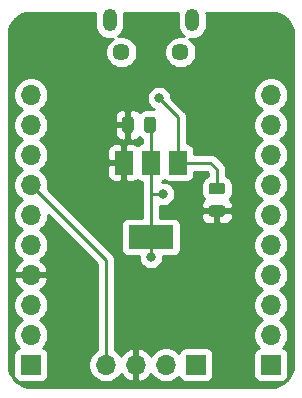
<source format=gbr>
%TF.GenerationSoftware,KiCad,Pcbnew,(5.1.6)-1*%
%TF.CreationDate,2020-06-22T18:51:59+05:30*%
%TF.ProjectId,STM8-Dev-Board-STM8S003F3P6,53544d38-2d44-4657-962d-426f6172642d,rev?*%
%TF.SameCoordinates,Original*%
%TF.FileFunction,Copper,L2,Bot*%
%TF.FilePolarity,Positive*%
%FSLAX46Y46*%
G04 Gerber Fmt 4.6, Leading zero omitted, Abs format (unit mm)*
G04 Created by KiCad (PCBNEW (5.1.6)-1) date 2020-06-22 18:51:59*
%MOMM*%
%LPD*%
G01*
G04 APERTURE LIST*
%TA.AperFunction,ComponentPad*%
%ADD10O,1.200000X1.900000*%
%TD*%
%TA.AperFunction,ComponentPad*%
%ADD11C,1.450000*%
%TD*%
%TA.AperFunction,SMDPad,CuDef*%
%ADD12R,1.500000X2.000000*%
%TD*%
%TA.AperFunction,SMDPad,CuDef*%
%ADD13R,3.800000X2.000000*%
%TD*%
%TA.AperFunction,ComponentPad*%
%ADD14O,1.700000X1.700000*%
%TD*%
%TA.AperFunction,ComponentPad*%
%ADD15R,1.700000X1.700000*%
%TD*%
%TA.AperFunction,ViaPad*%
%ADD16C,0.800000*%
%TD*%
%TA.AperFunction,Conductor*%
%ADD17C,0.250000*%
%TD*%
%TA.AperFunction,Conductor*%
%ADD18C,0.254000*%
%TD*%
G04 APERTURE END LIST*
D10*
%TO.P,J1,6*%
%TO.N,Net-(J1-Pad6)*%
X60000000Y-120682500D03*
X67000000Y-120682500D03*
D11*
X61000000Y-123382500D03*
X66000000Y-123382500D03*
%TD*%
D12*
%TO.P,U2,1*%
%TO.N,GND*%
X61200000Y-132740000D03*
%TO.P,U2,3*%
%TO.N,Net-(C2-Pad1)*%
X65800000Y-132740000D03*
%TO.P,U2,2*%
%TO.N,+3V3*%
X63500000Y-132740000D03*
D13*
X63500000Y-139040000D03*
%TD*%
D14*
%TO.P,J4,10*%
%TO.N,PD3*%
X73660000Y-127000000D03*
%TO.P,J4,9*%
%TO.N,PD2*%
X73660000Y-129540000D03*
%TO.P,J4,8*%
%TO.N,PD1*%
X73660000Y-132080000D03*
%TO.P,J4,7*%
%TO.N,PC7*%
X73660000Y-134620000D03*
%TO.P,J4,6*%
%TO.N,PC6*%
X73660000Y-137160000D03*
%TO.P,J4,5*%
%TO.N,PC5*%
X73660000Y-139700000D03*
%TO.P,J4,4*%
%TO.N,PC4*%
X73660000Y-142240000D03*
%TO.P,J4,3*%
%TO.N,PC3*%
X73660000Y-144780000D03*
%TO.P,J4,2*%
%TO.N,PB4*%
X73660000Y-147320000D03*
D15*
%TO.P,J4,1*%
%TO.N,PB5*%
X73660000Y-149860000D03*
%TD*%
D14*
%TO.P,J3,4*%
%TO.N,NRST*%
X59690000Y-149860000D03*
%TO.P,J3,3*%
%TO.N,GND*%
X62230000Y-149860000D03*
%TO.P,J3,2*%
%TO.N,PD1+SWIM*%
X64770000Y-149860000D03*
D15*
%TO.P,J3,1*%
%TO.N,+3V3*%
X67310000Y-149860000D03*
%TD*%
D14*
%TO.P,J2,10*%
%TO.N,PD4*%
X53340000Y-127000000D03*
%TO.P,J2,9*%
%TO.N,PD5*%
X53340000Y-129540000D03*
%TO.P,J2,8*%
%TO.N,PD6*%
X53340000Y-132080000D03*
%TO.P,J2,7*%
%TO.N,NRST*%
X53340000Y-134620000D03*
%TO.P,J2,6*%
%TO.N,PA1*%
X53340000Y-137160000D03*
%TO.P,J2,5*%
%TO.N,PA2*%
X53340000Y-139700000D03*
%TO.P,J2,4*%
%TO.N,GND*%
X53340000Y-142240000D03*
%TO.P,J2,3*%
%TO.N,VCAP*%
X53340000Y-144780000D03*
%TO.P,J2,2*%
%TO.N,+3.3V*%
X53340000Y-147320000D03*
D15*
%TO.P,J2,1*%
%TO.N,PA3*%
X53340000Y-149860000D03*
%TD*%
%TO.P,C3,2*%
%TO.N,GND*%
%TA.AperFunction,SMDPad,CuDef*%
G36*
G01*
X62034000Y-129083750D02*
X62034000Y-129996250D01*
G75*
G02*
X61790250Y-130240000I-243750J0D01*
G01*
X61302750Y-130240000D01*
G75*
G02*
X61059000Y-129996250I0J243750D01*
G01*
X61059000Y-129083750D01*
G75*
G02*
X61302750Y-128840000I243750J0D01*
G01*
X61790250Y-128840000D01*
G75*
G02*
X62034000Y-129083750I0J-243750D01*
G01*
G37*
%TD.AperFunction*%
%TO.P,C3,1*%
%TO.N,+3V3*%
%TA.AperFunction,SMDPad,CuDef*%
G36*
G01*
X63909000Y-129083750D02*
X63909000Y-129996250D01*
G75*
G02*
X63665250Y-130240000I-243750J0D01*
G01*
X63177750Y-130240000D01*
G75*
G02*
X62934000Y-129996250I0J243750D01*
G01*
X62934000Y-129083750D01*
G75*
G02*
X63177750Y-128840000I243750J0D01*
G01*
X63665250Y-128840000D01*
G75*
G02*
X63909000Y-129083750I0J-243750D01*
G01*
G37*
%TD.AperFunction*%
%TD*%
%TO.P,C2,2*%
%TO.N,GND*%
%TA.AperFunction,SMDPad,CuDef*%
G36*
G01*
X68631750Y-136340000D02*
X69544250Y-136340000D01*
G75*
G02*
X69788000Y-136583750I0J-243750D01*
G01*
X69788000Y-137071250D01*
G75*
G02*
X69544250Y-137315000I-243750J0D01*
G01*
X68631750Y-137315000D01*
G75*
G02*
X68388000Y-137071250I0J243750D01*
G01*
X68388000Y-136583750D01*
G75*
G02*
X68631750Y-136340000I243750J0D01*
G01*
G37*
%TD.AperFunction*%
%TO.P,C2,1*%
%TO.N,Net-(C2-Pad1)*%
%TA.AperFunction,SMDPad,CuDef*%
G36*
G01*
X68631750Y-134465000D02*
X69544250Y-134465000D01*
G75*
G02*
X69788000Y-134708750I0J-243750D01*
G01*
X69788000Y-135196250D01*
G75*
G02*
X69544250Y-135440000I-243750J0D01*
G01*
X68631750Y-135440000D01*
G75*
G02*
X68388000Y-135196250I0J243750D01*
G01*
X68388000Y-134708750D01*
G75*
G02*
X68631750Y-134465000I243750J0D01*
G01*
G37*
%TD.AperFunction*%
%TD*%
D16*
%TO.N,GND*%
X57404000Y-123698000D03*
X55626000Y-146558000D03*
X67310000Y-147320000D03*
X69850000Y-124460000D03*
%TO.N,Net-(C2-Pad1)*%
X64185800Y-127279400D03*
%TO.N,+3V3*%
X63500000Y-140716000D03*
X64516000Y-135382000D03*
%TD*%
D17*
%TO.N,Net-(C2-Pad1)*%
X65800000Y-128893600D02*
X65800000Y-132740000D01*
X64185800Y-127279400D02*
X65800000Y-128893600D01*
X69088000Y-134952500D02*
X69088000Y-133286500D01*
X68541500Y-132740000D02*
X65800000Y-132740000D01*
X69088000Y-133286500D02*
X68541500Y-132740000D01*
%TO.N,+3V3*%
X63500000Y-139040000D02*
X63500000Y-140716000D01*
X63500000Y-129618500D02*
X63421500Y-129540000D01*
X63500000Y-132740000D02*
X63500000Y-129618500D01*
X63500000Y-135382000D02*
X64516000Y-135382000D01*
X63500000Y-135382000D02*
X63500000Y-139040000D01*
X63500000Y-132740000D02*
X63500000Y-135382000D01*
%TO.N,NRST*%
X59690000Y-140970000D02*
X53340000Y-134620000D01*
X59690000Y-149860000D02*
X59690000Y-140970000D01*
%TD*%
D18*
%TO.N,GND*%
G36*
X58782870Y-120090398D02*
G01*
X58765000Y-120271835D01*
X58765000Y-121093164D01*
X58782870Y-121274601D01*
X58853489Y-121507400D01*
X58968167Y-121721948D01*
X59122498Y-121910002D01*
X59310551Y-122064333D01*
X59525099Y-122179011D01*
X59757898Y-122249630D01*
X60000000Y-122273475D01*
X60242101Y-122249630D01*
X60252035Y-122246616D01*
X60133051Y-122326119D01*
X59943619Y-122515551D01*
X59794784Y-122738299D01*
X59692264Y-122985803D01*
X59640000Y-123248552D01*
X59640000Y-123516448D01*
X59692264Y-123779197D01*
X59794784Y-124026701D01*
X59943619Y-124249449D01*
X60133051Y-124438881D01*
X60355799Y-124587716D01*
X60603303Y-124690236D01*
X60866052Y-124742500D01*
X61133948Y-124742500D01*
X61396697Y-124690236D01*
X61644201Y-124587716D01*
X61866949Y-124438881D01*
X62056381Y-124249449D01*
X62205216Y-124026701D01*
X62307736Y-123779197D01*
X62360000Y-123516448D01*
X62360000Y-123248552D01*
X62307736Y-122985803D01*
X62205216Y-122738299D01*
X62056381Y-122515551D01*
X61866949Y-122326119D01*
X61644201Y-122177284D01*
X61396697Y-122074764D01*
X61133948Y-122022500D01*
X60866052Y-122022500D01*
X60700231Y-122055484D01*
X60877502Y-121910002D01*
X61031833Y-121721949D01*
X61146511Y-121507401D01*
X61217130Y-121274602D01*
X61235000Y-121093165D01*
X61235000Y-120271836D01*
X61217130Y-120090399D01*
X61201842Y-120040000D01*
X65798158Y-120040000D01*
X65782870Y-120090399D01*
X65765000Y-120271836D01*
X65765000Y-121093165D01*
X65782870Y-121274602D01*
X65853489Y-121507401D01*
X65968168Y-121721949D01*
X66122499Y-121910002D01*
X66299769Y-122055484D01*
X66133948Y-122022500D01*
X65866052Y-122022500D01*
X65603303Y-122074764D01*
X65355799Y-122177284D01*
X65133051Y-122326119D01*
X64943619Y-122515551D01*
X64794784Y-122738299D01*
X64692264Y-122985803D01*
X64640000Y-123248552D01*
X64640000Y-123516448D01*
X64692264Y-123779197D01*
X64794784Y-124026701D01*
X64943619Y-124249449D01*
X65133051Y-124438881D01*
X65355799Y-124587716D01*
X65603303Y-124690236D01*
X65866052Y-124742500D01*
X66133948Y-124742500D01*
X66396697Y-124690236D01*
X66644201Y-124587716D01*
X66866949Y-124438881D01*
X67056381Y-124249449D01*
X67205216Y-124026701D01*
X67307736Y-123779197D01*
X67360000Y-123516448D01*
X67360000Y-123248552D01*
X67307736Y-122985803D01*
X67205216Y-122738299D01*
X67056381Y-122515551D01*
X66866949Y-122326119D01*
X66747965Y-122246616D01*
X66757899Y-122249630D01*
X67000000Y-122273475D01*
X67242102Y-122249630D01*
X67474901Y-122179011D01*
X67689449Y-122064333D01*
X67877502Y-121910002D01*
X68031833Y-121721949D01*
X68146511Y-121507401D01*
X68217130Y-121274601D01*
X68235000Y-121093164D01*
X68235000Y-120271835D01*
X68217130Y-120090398D01*
X68201842Y-120040000D01*
X73627721Y-120040000D01*
X74024545Y-120078909D01*
X74375208Y-120184780D01*
X74698625Y-120356744D01*
X74982484Y-120588254D01*
X75215965Y-120870486D01*
X75390183Y-121192695D01*
X75498502Y-121542614D01*
X75537465Y-121913322D01*
X75536807Y-121920000D01*
X75540000Y-121952419D01*
X75540001Y-149827711D01*
X75501091Y-150224545D01*
X75395220Y-150575206D01*
X75223257Y-150898623D01*
X74991748Y-151182482D01*
X74709514Y-151415965D01*
X74387304Y-151590184D01*
X74037385Y-151698502D01*
X73642557Y-151740000D01*
X53372279Y-151740000D01*
X52975455Y-151701091D01*
X52624794Y-151595220D01*
X52301377Y-151423257D01*
X52017518Y-151191748D01*
X51784035Y-150909514D01*
X51609816Y-150587304D01*
X51501498Y-150237385D01*
X51460000Y-149842557D01*
X51460000Y-149010000D01*
X51851928Y-149010000D01*
X51851928Y-150710000D01*
X51864188Y-150834482D01*
X51900498Y-150954180D01*
X51959463Y-151064494D01*
X52038815Y-151161185D01*
X52135506Y-151240537D01*
X52245820Y-151299502D01*
X52365518Y-151335812D01*
X52490000Y-151348072D01*
X54190000Y-151348072D01*
X54314482Y-151335812D01*
X54434180Y-151299502D01*
X54544494Y-151240537D01*
X54641185Y-151161185D01*
X54720537Y-151064494D01*
X54779502Y-150954180D01*
X54815812Y-150834482D01*
X54828072Y-150710000D01*
X54828072Y-149010000D01*
X54815812Y-148885518D01*
X54779502Y-148765820D01*
X54720537Y-148655506D01*
X54641185Y-148558815D01*
X54544494Y-148479463D01*
X54434180Y-148420498D01*
X54361620Y-148398487D01*
X54493475Y-148266632D01*
X54655990Y-148023411D01*
X54767932Y-147753158D01*
X54825000Y-147466260D01*
X54825000Y-147173740D01*
X54767932Y-146886842D01*
X54655990Y-146616589D01*
X54493475Y-146373368D01*
X54286632Y-146166525D01*
X54112240Y-146050000D01*
X54286632Y-145933475D01*
X54493475Y-145726632D01*
X54655990Y-145483411D01*
X54767932Y-145213158D01*
X54825000Y-144926260D01*
X54825000Y-144633740D01*
X54767932Y-144346842D01*
X54655990Y-144076589D01*
X54493475Y-143833368D01*
X54286632Y-143626525D01*
X54104466Y-143504805D01*
X54221355Y-143435178D01*
X54437588Y-143240269D01*
X54611641Y-143006920D01*
X54736825Y-142744099D01*
X54781476Y-142596890D01*
X54660155Y-142367000D01*
X53467000Y-142367000D01*
X53467000Y-142387000D01*
X53213000Y-142387000D01*
X53213000Y-142367000D01*
X52019845Y-142367000D01*
X51898524Y-142596890D01*
X51943175Y-142744099D01*
X52068359Y-143006920D01*
X52242412Y-143240269D01*
X52458645Y-143435178D01*
X52575534Y-143504805D01*
X52393368Y-143626525D01*
X52186525Y-143833368D01*
X52024010Y-144076589D01*
X51912068Y-144346842D01*
X51855000Y-144633740D01*
X51855000Y-144926260D01*
X51912068Y-145213158D01*
X52024010Y-145483411D01*
X52186525Y-145726632D01*
X52393368Y-145933475D01*
X52567760Y-146050000D01*
X52393368Y-146166525D01*
X52186525Y-146373368D01*
X52024010Y-146616589D01*
X51912068Y-146886842D01*
X51855000Y-147173740D01*
X51855000Y-147466260D01*
X51912068Y-147753158D01*
X52024010Y-148023411D01*
X52186525Y-148266632D01*
X52318380Y-148398487D01*
X52245820Y-148420498D01*
X52135506Y-148479463D01*
X52038815Y-148558815D01*
X51959463Y-148655506D01*
X51900498Y-148765820D01*
X51864188Y-148885518D01*
X51851928Y-149010000D01*
X51460000Y-149010000D01*
X51460000Y-126853740D01*
X51855000Y-126853740D01*
X51855000Y-127146260D01*
X51912068Y-127433158D01*
X52024010Y-127703411D01*
X52186525Y-127946632D01*
X52393368Y-128153475D01*
X52567760Y-128270000D01*
X52393368Y-128386525D01*
X52186525Y-128593368D01*
X52024010Y-128836589D01*
X51912068Y-129106842D01*
X51855000Y-129393740D01*
X51855000Y-129686260D01*
X51912068Y-129973158D01*
X52024010Y-130243411D01*
X52186525Y-130486632D01*
X52393368Y-130693475D01*
X52567760Y-130810000D01*
X52393368Y-130926525D01*
X52186525Y-131133368D01*
X52024010Y-131376589D01*
X51912068Y-131646842D01*
X51855000Y-131933740D01*
X51855000Y-132226260D01*
X51912068Y-132513158D01*
X52024010Y-132783411D01*
X52186525Y-133026632D01*
X52393368Y-133233475D01*
X52567760Y-133350000D01*
X52393368Y-133466525D01*
X52186525Y-133673368D01*
X52024010Y-133916589D01*
X51912068Y-134186842D01*
X51855000Y-134473740D01*
X51855000Y-134766260D01*
X51912068Y-135053158D01*
X52024010Y-135323411D01*
X52186525Y-135566632D01*
X52393368Y-135773475D01*
X52567760Y-135890000D01*
X52393368Y-136006525D01*
X52186525Y-136213368D01*
X52024010Y-136456589D01*
X51912068Y-136726842D01*
X51855000Y-137013740D01*
X51855000Y-137306260D01*
X51912068Y-137593158D01*
X52024010Y-137863411D01*
X52186525Y-138106632D01*
X52393368Y-138313475D01*
X52567760Y-138430000D01*
X52393368Y-138546525D01*
X52186525Y-138753368D01*
X52024010Y-138996589D01*
X51912068Y-139266842D01*
X51855000Y-139553740D01*
X51855000Y-139846260D01*
X51912068Y-140133158D01*
X52024010Y-140403411D01*
X52186525Y-140646632D01*
X52393368Y-140853475D01*
X52575534Y-140975195D01*
X52458645Y-141044822D01*
X52242412Y-141239731D01*
X52068359Y-141473080D01*
X51943175Y-141735901D01*
X51898524Y-141883110D01*
X52019845Y-142113000D01*
X53213000Y-142113000D01*
X53213000Y-142093000D01*
X53467000Y-142093000D01*
X53467000Y-142113000D01*
X54660155Y-142113000D01*
X54781476Y-141883110D01*
X54736825Y-141735901D01*
X54611641Y-141473080D01*
X54437588Y-141239731D01*
X54221355Y-141044822D01*
X54104466Y-140975195D01*
X54286632Y-140853475D01*
X54493475Y-140646632D01*
X54655990Y-140403411D01*
X54767932Y-140133158D01*
X54825000Y-139846260D01*
X54825000Y-139553740D01*
X54767932Y-139266842D01*
X54655990Y-138996589D01*
X54493475Y-138753368D01*
X54286632Y-138546525D01*
X54112240Y-138430000D01*
X54286632Y-138313475D01*
X54493475Y-138106632D01*
X54655990Y-137863411D01*
X54767932Y-137593158D01*
X54825000Y-137306260D01*
X54825000Y-137179801D01*
X58930001Y-141284803D01*
X58930000Y-148581821D01*
X58743368Y-148706525D01*
X58536525Y-148913368D01*
X58374010Y-149156589D01*
X58262068Y-149426842D01*
X58205000Y-149713740D01*
X58205000Y-150006260D01*
X58262068Y-150293158D01*
X58374010Y-150563411D01*
X58536525Y-150806632D01*
X58743368Y-151013475D01*
X58986589Y-151175990D01*
X59256842Y-151287932D01*
X59543740Y-151345000D01*
X59836260Y-151345000D01*
X60123158Y-151287932D01*
X60393411Y-151175990D01*
X60636632Y-151013475D01*
X60843475Y-150806632D01*
X60965195Y-150624466D01*
X61034822Y-150741355D01*
X61229731Y-150957588D01*
X61463080Y-151131641D01*
X61725901Y-151256825D01*
X61873110Y-151301476D01*
X62103000Y-151180155D01*
X62103000Y-149987000D01*
X62083000Y-149987000D01*
X62083000Y-149733000D01*
X62103000Y-149733000D01*
X62103000Y-148539845D01*
X62357000Y-148539845D01*
X62357000Y-149733000D01*
X62377000Y-149733000D01*
X62377000Y-149987000D01*
X62357000Y-149987000D01*
X62357000Y-151180155D01*
X62586890Y-151301476D01*
X62734099Y-151256825D01*
X62996920Y-151131641D01*
X63230269Y-150957588D01*
X63425178Y-150741355D01*
X63494805Y-150624466D01*
X63616525Y-150806632D01*
X63823368Y-151013475D01*
X64066589Y-151175990D01*
X64336842Y-151287932D01*
X64623740Y-151345000D01*
X64916260Y-151345000D01*
X65203158Y-151287932D01*
X65473411Y-151175990D01*
X65716632Y-151013475D01*
X65848487Y-150881620D01*
X65870498Y-150954180D01*
X65929463Y-151064494D01*
X66008815Y-151161185D01*
X66105506Y-151240537D01*
X66215820Y-151299502D01*
X66335518Y-151335812D01*
X66460000Y-151348072D01*
X68160000Y-151348072D01*
X68284482Y-151335812D01*
X68404180Y-151299502D01*
X68514494Y-151240537D01*
X68611185Y-151161185D01*
X68690537Y-151064494D01*
X68749502Y-150954180D01*
X68785812Y-150834482D01*
X68798072Y-150710000D01*
X68798072Y-149010000D01*
X72171928Y-149010000D01*
X72171928Y-150710000D01*
X72184188Y-150834482D01*
X72220498Y-150954180D01*
X72279463Y-151064494D01*
X72358815Y-151161185D01*
X72455506Y-151240537D01*
X72565820Y-151299502D01*
X72685518Y-151335812D01*
X72810000Y-151348072D01*
X74510000Y-151348072D01*
X74634482Y-151335812D01*
X74754180Y-151299502D01*
X74864494Y-151240537D01*
X74961185Y-151161185D01*
X75040537Y-151064494D01*
X75099502Y-150954180D01*
X75135812Y-150834482D01*
X75148072Y-150710000D01*
X75148072Y-149010000D01*
X75135812Y-148885518D01*
X75099502Y-148765820D01*
X75040537Y-148655506D01*
X74961185Y-148558815D01*
X74864494Y-148479463D01*
X74754180Y-148420498D01*
X74681620Y-148398487D01*
X74813475Y-148266632D01*
X74975990Y-148023411D01*
X75087932Y-147753158D01*
X75145000Y-147466260D01*
X75145000Y-147173740D01*
X75087932Y-146886842D01*
X74975990Y-146616589D01*
X74813475Y-146373368D01*
X74606632Y-146166525D01*
X74432240Y-146050000D01*
X74606632Y-145933475D01*
X74813475Y-145726632D01*
X74975990Y-145483411D01*
X75087932Y-145213158D01*
X75145000Y-144926260D01*
X75145000Y-144633740D01*
X75087932Y-144346842D01*
X74975990Y-144076589D01*
X74813475Y-143833368D01*
X74606632Y-143626525D01*
X74432240Y-143510000D01*
X74606632Y-143393475D01*
X74813475Y-143186632D01*
X74975990Y-142943411D01*
X75087932Y-142673158D01*
X75145000Y-142386260D01*
X75145000Y-142093740D01*
X75087932Y-141806842D01*
X74975990Y-141536589D01*
X74813475Y-141293368D01*
X74606632Y-141086525D01*
X74432240Y-140970000D01*
X74606632Y-140853475D01*
X74813475Y-140646632D01*
X74975990Y-140403411D01*
X75087932Y-140133158D01*
X75145000Y-139846260D01*
X75145000Y-139553740D01*
X75087932Y-139266842D01*
X74975990Y-138996589D01*
X74813475Y-138753368D01*
X74606632Y-138546525D01*
X74432240Y-138430000D01*
X74606632Y-138313475D01*
X74813475Y-138106632D01*
X74975990Y-137863411D01*
X75087932Y-137593158D01*
X75145000Y-137306260D01*
X75145000Y-137013740D01*
X75087932Y-136726842D01*
X74975990Y-136456589D01*
X74813475Y-136213368D01*
X74606632Y-136006525D01*
X74432240Y-135890000D01*
X74606632Y-135773475D01*
X74813475Y-135566632D01*
X74975990Y-135323411D01*
X75087932Y-135053158D01*
X75145000Y-134766260D01*
X75145000Y-134473740D01*
X75087932Y-134186842D01*
X74975990Y-133916589D01*
X74813475Y-133673368D01*
X74606632Y-133466525D01*
X74432240Y-133350000D01*
X74606632Y-133233475D01*
X74813475Y-133026632D01*
X74975990Y-132783411D01*
X75087932Y-132513158D01*
X75145000Y-132226260D01*
X75145000Y-131933740D01*
X75087932Y-131646842D01*
X74975990Y-131376589D01*
X74813475Y-131133368D01*
X74606632Y-130926525D01*
X74432240Y-130810000D01*
X74606632Y-130693475D01*
X74813475Y-130486632D01*
X74975990Y-130243411D01*
X75087932Y-129973158D01*
X75145000Y-129686260D01*
X75145000Y-129393740D01*
X75087932Y-129106842D01*
X74975990Y-128836589D01*
X74813475Y-128593368D01*
X74606632Y-128386525D01*
X74432240Y-128270000D01*
X74606632Y-128153475D01*
X74813475Y-127946632D01*
X74975990Y-127703411D01*
X75087932Y-127433158D01*
X75145000Y-127146260D01*
X75145000Y-126853740D01*
X75087932Y-126566842D01*
X74975990Y-126296589D01*
X74813475Y-126053368D01*
X74606632Y-125846525D01*
X74363411Y-125684010D01*
X74093158Y-125572068D01*
X73806260Y-125515000D01*
X73513740Y-125515000D01*
X73226842Y-125572068D01*
X72956589Y-125684010D01*
X72713368Y-125846525D01*
X72506525Y-126053368D01*
X72344010Y-126296589D01*
X72232068Y-126566842D01*
X72175000Y-126853740D01*
X72175000Y-127146260D01*
X72232068Y-127433158D01*
X72344010Y-127703411D01*
X72506525Y-127946632D01*
X72713368Y-128153475D01*
X72887760Y-128270000D01*
X72713368Y-128386525D01*
X72506525Y-128593368D01*
X72344010Y-128836589D01*
X72232068Y-129106842D01*
X72175000Y-129393740D01*
X72175000Y-129686260D01*
X72232068Y-129973158D01*
X72344010Y-130243411D01*
X72506525Y-130486632D01*
X72713368Y-130693475D01*
X72887760Y-130810000D01*
X72713368Y-130926525D01*
X72506525Y-131133368D01*
X72344010Y-131376589D01*
X72232068Y-131646842D01*
X72175000Y-131933740D01*
X72175000Y-132226260D01*
X72232068Y-132513158D01*
X72344010Y-132783411D01*
X72506525Y-133026632D01*
X72713368Y-133233475D01*
X72887760Y-133350000D01*
X72713368Y-133466525D01*
X72506525Y-133673368D01*
X72344010Y-133916589D01*
X72232068Y-134186842D01*
X72175000Y-134473740D01*
X72175000Y-134766260D01*
X72232068Y-135053158D01*
X72344010Y-135323411D01*
X72506525Y-135566632D01*
X72713368Y-135773475D01*
X72887760Y-135890000D01*
X72713368Y-136006525D01*
X72506525Y-136213368D01*
X72344010Y-136456589D01*
X72232068Y-136726842D01*
X72175000Y-137013740D01*
X72175000Y-137306260D01*
X72232068Y-137593158D01*
X72344010Y-137863411D01*
X72506525Y-138106632D01*
X72713368Y-138313475D01*
X72887760Y-138430000D01*
X72713368Y-138546525D01*
X72506525Y-138753368D01*
X72344010Y-138996589D01*
X72232068Y-139266842D01*
X72175000Y-139553740D01*
X72175000Y-139846260D01*
X72232068Y-140133158D01*
X72344010Y-140403411D01*
X72506525Y-140646632D01*
X72713368Y-140853475D01*
X72887760Y-140970000D01*
X72713368Y-141086525D01*
X72506525Y-141293368D01*
X72344010Y-141536589D01*
X72232068Y-141806842D01*
X72175000Y-142093740D01*
X72175000Y-142386260D01*
X72232068Y-142673158D01*
X72344010Y-142943411D01*
X72506525Y-143186632D01*
X72713368Y-143393475D01*
X72887760Y-143510000D01*
X72713368Y-143626525D01*
X72506525Y-143833368D01*
X72344010Y-144076589D01*
X72232068Y-144346842D01*
X72175000Y-144633740D01*
X72175000Y-144926260D01*
X72232068Y-145213158D01*
X72344010Y-145483411D01*
X72506525Y-145726632D01*
X72713368Y-145933475D01*
X72887760Y-146050000D01*
X72713368Y-146166525D01*
X72506525Y-146373368D01*
X72344010Y-146616589D01*
X72232068Y-146886842D01*
X72175000Y-147173740D01*
X72175000Y-147466260D01*
X72232068Y-147753158D01*
X72344010Y-148023411D01*
X72506525Y-148266632D01*
X72638380Y-148398487D01*
X72565820Y-148420498D01*
X72455506Y-148479463D01*
X72358815Y-148558815D01*
X72279463Y-148655506D01*
X72220498Y-148765820D01*
X72184188Y-148885518D01*
X72171928Y-149010000D01*
X68798072Y-149010000D01*
X68785812Y-148885518D01*
X68749502Y-148765820D01*
X68690537Y-148655506D01*
X68611185Y-148558815D01*
X68514494Y-148479463D01*
X68404180Y-148420498D01*
X68284482Y-148384188D01*
X68160000Y-148371928D01*
X66460000Y-148371928D01*
X66335518Y-148384188D01*
X66215820Y-148420498D01*
X66105506Y-148479463D01*
X66008815Y-148558815D01*
X65929463Y-148655506D01*
X65870498Y-148765820D01*
X65848487Y-148838380D01*
X65716632Y-148706525D01*
X65473411Y-148544010D01*
X65203158Y-148432068D01*
X64916260Y-148375000D01*
X64623740Y-148375000D01*
X64336842Y-148432068D01*
X64066589Y-148544010D01*
X63823368Y-148706525D01*
X63616525Y-148913368D01*
X63494805Y-149095534D01*
X63425178Y-148978645D01*
X63230269Y-148762412D01*
X62996920Y-148588359D01*
X62734099Y-148463175D01*
X62586890Y-148418524D01*
X62357000Y-148539845D01*
X62103000Y-148539845D01*
X61873110Y-148418524D01*
X61725901Y-148463175D01*
X61463080Y-148588359D01*
X61229731Y-148762412D01*
X61034822Y-148978645D01*
X60965195Y-149095534D01*
X60843475Y-148913368D01*
X60636632Y-148706525D01*
X60450000Y-148581822D01*
X60450000Y-141007322D01*
X60453676Y-140969999D01*
X60450000Y-140932676D01*
X60450000Y-140932667D01*
X60439003Y-140821014D01*
X60395546Y-140677753D01*
X60369755Y-140629502D01*
X60324974Y-140545723D01*
X60253799Y-140458997D01*
X60230001Y-140429999D01*
X60201003Y-140406201D01*
X57834802Y-138040000D01*
X60961928Y-138040000D01*
X60961928Y-140040000D01*
X60974188Y-140164482D01*
X61010498Y-140284180D01*
X61069463Y-140394494D01*
X61148815Y-140491185D01*
X61245506Y-140570537D01*
X61355820Y-140629502D01*
X61475518Y-140665812D01*
X61600000Y-140678072D01*
X62465000Y-140678072D01*
X62465000Y-140817939D01*
X62504774Y-141017898D01*
X62582795Y-141206256D01*
X62696063Y-141375774D01*
X62840226Y-141519937D01*
X63009744Y-141633205D01*
X63198102Y-141711226D01*
X63398061Y-141751000D01*
X63601939Y-141751000D01*
X63801898Y-141711226D01*
X63990256Y-141633205D01*
X64159774Y-141519937D01*
X64303937Y-141375774D01*
X64417205Y-141206256D01*
X64495226Y-141017898D01*
X64535000Y-140817939D01*
X64535000Y-140678072D01*
X65400000Y-140678072D01*
X65524482Y-140665812D01*
X65644180Y-140629502D01*
X65754494Y-140570537D01*
X65851185Y-140491185D01*
X65930537Y-140394494D01*
X65989502Y-140284180D01*
X66025812Y-140164482D01*
X66038072Y-140040000D01*
X66038072Y-138040000D01*
X66025812Y-137915518D01*
X65989502Y-137795820D01*
X65930537Y-137685506D01*
X65851185Y-137588815D01*
X65754494Y-137509463D01*
X65644180Y-137450498D01*
X65524482Y-137414188D01*
X65400000Y-137401928D01*
X64260000Y-137401928D01*
X64260000Y-137315000D01*
X67749928Y-137315000D01*
X67762188Y-137439482D01*
X67798498Y-137559180D01*
X67857463Y-137669494D01*
X67936815Y-137766185D01*
X68033506Y-137845537D01*
X68143820Y-137904502D01*
X68263518Y-137940812D01*
X68388000Y-137953072D01*
X68802250Y-137950000D01*
X68961000Y-137791250D01*
X68961000Y-136954500D01*
X69215000Y-136954500D01*
X69215000Y-137791250D01*
X69373750Y-137950000D01*
X69788000Y-137953072D01*
X69912482Y-137940812D01*
X70032180Y-137904502D01*
X70142494Y-137845537D01*
X70239185Y-137766185D01*
X70318537Y-137669494D01*
X70377502Y-137559180D01*
X70413812Y-137439482D01*
X70426072Y-137315000D01*
X70423000Y-137113250D01*
X70264250Y-136954500D01*
X69215000Y-136954500D01*
X68961000Y-136954500D01*
X67911750Y-136954500D01*
X67753000Y-137113250D01*
X67749928Y-137315000D01*
X64260000Y-137315000D01*
X64260000Y-136386356D01*
X64414061Y-136417000D01*
X64617939Y-136417000D01*
X64817898Y-136377226D01*
X65006256Y-136299205D01*
X65175774Y-136185937D01*
X65319937Y-136041774D01*
X65433205Y-135872256D01*
X65511226Y-135683898D01*
X65551000Y-135483939D01*
X65551000Y-135280061D01*
X65511226Y-135080102D01*
X65433205Y-134891744D01*
X65319937Y-134722226D01*
X65175774Y-134578063D01*
X65006256Y-134464795D01*
X64817898Y-134386774D01*
X64617939Y-134347000D01*
X64436497Y-134347000D01*
X64494180Y-134329502D01*
X64604494Y-134270537D01*
X64650000Y-134233191D01*
X64695506Y-134270537D01*
X64805820Y-134329502D01*
X64925518Y-134365812D01*
X65050000Y-134378072D01*
X66550000Y-134378072D01*
X66674482Y-134365812D01*
X66794180Y-134329502D01*
X66904494Y-134270537D01*
X67001185Y-134191185D01*
X67080537Y-134094494D01*
X67139502Y-133984180D01*
X67175812Y-133864482D01*
X67188072Y-133740000D01*
X67188072Y-133500000D01*
X68226699Y-133500000D01*
X68328001Y-133601302D01*
X68328001Y-133883827D01*
X68294291Y-133894053D01*
X68141836Y-133975542D01*
X68008208Y-134085208D01*
X67898542Y-134218836D01*
X67817053Y-134371291D01*
X67766872Y-134536715D01*
X67749928Y-134708750D01*
X67749928Y-135196250D01*
X67766872Y-135368285D01*
X67817053Y-135533709D01*
X67898542Y-135686164D01*
X68008208Y-135819792D01*
X68014564Y-135825008D01*
X67936815Y-135888815D01*
X67857463Y-135985506D01*
X67798498Y-136095820D01*
X67762188Y-136215518D01*
X67749928Y-136340000D01*
X67753000Y-136541750D01*
X67911750Y-136700500D01*
X68961000Y-136700500D01*
X68961000Y-136680500D01*
X69215000Y-136680500D01*
X69215000Y-136700500D01*
X70264250Y-136700500D01*
X70423000Y-136541750D01*
X70426072Y-136340000D01*
X70413812Y-136215518D01*
X70377502Y-136095820D01*
X70318537Y-135985506D01*
X70239185Y-135888815D01*
X70161436Y-135825008D01*
X70167792Y-135819792D01*
X70277458Y-135686164D01*
X70358947Y-135533709D01*
X70409128Y-135368285D01*
X70426072Y-135196250D01*
X70426072Y-134708750D01*
X70409128Y-134536715D01*
X70358947Y-134371291D01*
X70277458Y-134218836D01*
X70167792Y-134085208D01*
X70034164Y-133975542D01*
X69881709Y-133894053D01*
X69848000Y-133883827D01*
X69848000Y-133323825D01*
X69851676Y-133286500D01*
X69848000Y-133249175D01*
X69848000Y-133249167D01*
X69837003Y-133137514D01*
X69793546Y-132994253D01*
X69722974Y-132862224D01*
X69628001Y-132746499D01*
X69599002Y-132722700D01*
X69105303Y-132229002D01*
X69081501Y-132199999D01*
X68965776Y-132105026D01*
X68833747Y-132034454D01*
X68690486Y-131990997D01*
X68578833Y-131980000D01*
X68578822Y-131980000D01*
X68541500Y-131976324D01*
X68504178Y-131980000D01*
X67188072Y-131980000D01*
X67188072Y-131740000D01*
X67175812Y-131615518D01*
X67139502Y-131495820D01*
X67080537Y-131385506D01*
X67001185Y-131288815D01*
X66904494Y-131209463D01*
X66794180Y-131150498D01*
X66674482Y-131114188D01*
X66560000Y-131102913D01*
X66560000Y-128930933D01*
X66563677Y-128893600D01*
X66549003Y-128744614D01*
X66505546Y-128601353D01*
X66434974Y-128469324D01*
X66363799Y-128382597D01*
X66340001Y-128353599D01*
X66311004Y-128329802D01*
X65220800Y-127239599D01*
X65220800Y-127177461D01*
X65181026Y-126977502D01*
X65103005Y-126789144D01*
X64989737Y-126619626D01*
X64845574Y-126475463D01*
X64676056Y-126362195D01*
X64487698Y-126284174D01*
X64287739Y-126244400D01*
X64083861Y-126244400D01*
X63883902Y-126284174D01*
X63695544Y-126362195D01*
X63526026Y-126475463D01*
X63381863Y-126619626D01*
X63268595Y-126789144D01*
X63190574Y-126977502D01*
X63150800Y-127177461D01*
X63150800Y-127381339D01*
X63190574Y-127581298D01*
X63268595Y-127769656D01*
X63381863Y-127939174D01*
X63526026Y-128083337D01*
X63695544Y-128196605D01*
X63721854Y-128207503D01*
X63665250Y-128201928D01*
X63177750Y-128201928D01*
X63005715Y-128218872D01*
X62840291Y-128269053D01*
X62687836Y-128350542D01*
X62554208Y-128460208D01*
X62548992Y-128466564D01*
X62485185Y-128388815D01*
X62388494Y-128309463D01*
X62278180Y-128250498D01*
X62158482Y-128214188D01*
X62034000Y-128201928D01*
X61832250Y-128205000D01*
X61673500Y-128363750D01*
X61673500Y-129413000D01*
X61693500Y-129413000D01*
X61693500Y-129667000D01*
X61673500Y-129667000D01*
X61673500Y-130716250D01*
X61832250Y-130875000D01*
X62034000Y-130878072D01*
X62158482Y-130865812D01*
X62278180Y-130829502D01*
X62388494Y-130770537D01*
X62485185Y-130691185D01*
X62548992Y-130613436D01*
X62554208Y-130619792D01*
X62687836Y-130729458D01*
X62740001Y-130757341D01*
X62740001Y-131102913D01*
X62625518Y-131114188D01*
X62505820Y-131150498D01*
X62395506Y-131209463D01*
X62350000Y-131246809D01*
X62304494Y-131209463D01*
X62194180Y-131150498D01*
X62074482Y-131114188D01*
X61950000Y-131101928D01*
X61485750Y-131105000D01*
X61327000Y-131263750D01*
X61327000Y-132613000D01*
X61347000Y-132613000D01*
X61347000Y-132867000D01*
X61327000Y-132867000D01*
X61327000Y-134216250D01*
X61485750Y-134375000D01*
X61950000Y-134378072D01*
X62074482Y-134365812D01*
X62194180Y-134329502D01*
X62304494Y-134270537D01*
X62350000Y-134233191D01*
X62395506Y-134270537D01*
X62505820Y-134329502D01*
X62625518Y-134365812D01*
X62740001Y-134377087D01*
X62740001Y-135344657D01*
X62736323Y-135382000D01*
X62740000Y-135419333D01*
X62740001Y-137401928D01*
X61600000Y-137401928D01*
X61475518Y-137414188D01*
X61355820Y-137450498D01*
X61245506Y-137509463D01*
X61148815Y-137588815D01*
X61069463Y-137685506D01*
X61010498Y-137795820D01*
X60974188Y-137915518D01*
X60961928Y-138040000D01*
X57834802Y-138040000D01*
X54781209Y-134986408D01*
X54825000Y-134766260D01*
X54825000Y-134473740D01*
X54767932Y-134186842D01*
X54655990Y-133916589D01*
X54537998Y-133740000D01*
X59811928Y-133740000D01*
X59824188Y-133864482D01*
X59860498Y-133984180D01*
X59919463Y-134094494D01*
X59998815Y-134191185D01*
X60095506Y-134270537D01*
X60205820Y-134329502D01*
X60325518Y-134365812D01*
X60450000Y-134378072D01*
X60914250Y-134375000D01*
X61073000Y-134216250D01*
X61073000Y-132867000D01*
X59973750Y-132867000D01*
X59815000Y-133025750D01*
X59811928Y-133740000D01*
X54537998Y-133740000D01*
X54493475Y-133673368D01*
X54286632Y-133466525D01*
X54112240Y-133350000D01*
X54286632Y-133233475D01*
X54493475Y-133026632D01*
X54655990Y-132783411D01*
X54767932Y-132513158D01*
X54825000Y-132226260D01*
X54825000Y-131933740D01*
X54786463Y-131740000D01*
X59811928Y-131740000D01*
X59815000Y-132454250D01*
X59973750Y-132613000D01*
X61073000Y-132613000D01*
X61073000Y-131263750D01*
X60914250Y-131105000D01*
X60450000Y-131101928D01*
X60325518Y-131114188D01*
X60205820Y-131150498D01*
X60095506Y-131209463D01*
X59998815Y-131288815D01*
X59919463Y-131385506D01*
X59860498Y-131495820D01*
X59824188Y-131615518D01*
X59811928Y-131740000D01*
X54786463Y-131740000D01*
X54767932Y-131646842D01*
X54655990Y-131376589D01*
X54493475Y-131133368D01*
X54286632Y-130926525D01*
X54112240Y-130810000D01*
X54286632Y-130693475D01*
X54493475Y-130486632D01*
X54655990Y-130243411D01*
X54657402Y-130240000D01*
X60420928Y-130240000D01*
X60433188Y-130364482D01*
X60469498Y-130484180D01*
X60528463Y-130594494D01*
X60607815Y-130691185D01*
X60704506Y-130770537D01*
X60814820Y-130829502D01*
X60934518Y-130865812D01*
X61059000Y-130878072D01*
X61260750Y-130875000D01*
X61419500Y-130716250D01*
X61419500Y-129667000D01*
X60582750Y-129667000D01*
X60424000Y-129825750D01*
X60420928Y-130240000D01*
X54657402Y-130240000D01*
X54767932Y-129973158D01*
X54825000Y-129686260D01*
X54825000Y-129393740D01*
X54767932Y-129106842D01*
X54657403Y-128840000D01*
X60420928Y-128840000D01*
X60424000Y-129254250D01*
X60582750Y-129413000D01*
X61419500Y-129413000D01*
X61419500Y-128363750D01*
X61260750Y-128205000D01*
X61059000Y-128201928D01*
X60934518Y-128214188D01*
X60814820Y-128250498D01*
X60704506Y-128309463D01*
X60607815Y-128388815D01*
X60528463Y-128485506D01*
X60469498Y-128595820D01*
X60433188Y-128715518D01*
X60420928Y-128840000D01*
X54657403Y-128840000D01*
X54655990Y-128836589D01*
X54493475Y-128593368D01*
X54286632Y-128386525D01*
X54112240Y-128270000D01*
X54286632Y-128153475D01*
X54493475Y-127946632D01*
X54655990Y-127703411D01*
X54767932Y-127433158D01*
X54825000Y-127146260D01*
X54825000Y-126853740D01*
X54767932Y-126566842D01*
X54655990Y-126296589D01*
X54493475Y-126053368D01*
X54286632Y-125846525D01*
X54043411Y-125684010D01*
X53773158Y-125572068D01*
X53486260Y-125515000D01*
X53193740Y-125515000D01*
X52906842Y-125572068D01*
X52636589Y-125684010D01*
X52393368Y-125846525D01*
X52186525Y-126053368D01*
X52024010Y-126296589D01*
X51912068Y-126566842D01*
X51855000Y-126853740D01*
X51460000Y-126853740D01*
X51460000Y-121952419D01*
X51463193Y-121920000D01*
X51463179Y-121919857D01*
X51498909Y-121555455D01*
X51604780Y-121204792D01*
X51776744Y-120881375D01*
X52008254Y-120597516D01*
X52290486Y-120364035D01*
X52612695Y-120189817D01*
X52962614Y-120081498D01*
X53357443Y-120040000D01*
X58798158Y-120040000D01*
X58782870Y-120090398D01*
G37*
X58782870Y-120090398D02*
X58765000Y-120271835D01*
X58765000Y-121093164D01*
X58782870Y-121274601D01*
X58853489Y-121507400D01*
X58968167Y-121721948D01*
X59122498Y-121910002D01*
X59310551Y-122064333D01*
X59525099Y-122179011D01*
X59757898Y-122249630D01*
X60000000Y-122273475D01*
X60242101Y-122249630D01*
X60252035Y-122246616D01*
X60133051Y-122326119D01*
X59943619Y-122515551D01*
X59794784Y-122738299D01*
X59692264Y-122985803D01*
X59640000Y-123248552D01*
X59640000Y-123516448D01*
X59692264Y-123779197D01*
X59794784Y-124026701D01*
X59943619Y-124249449D01*
X60133051Y-124438881D01*
X60355799Y-124587716D01*
X60603303Y-124690236D01*
X60866052Y-124742500D01*
X61133948Y-124742500D01*
X61396697Y-124690236D01*
X61644201Y-124587716D01*
X61866949Y-124438881D01*
X62056381Y-124249449D01*
X62205216Y-124026701D01*
X62307736Y-123779197D01*
X62360000Y-123516448D01*
X62360000Y-123248552D01*
X62307736Y-122985803D01*
X62205216Y-122738299D01*
X62056381Y-122515551D01*
X61866949Y-122326119D01*
X61644201Y-122177284D01*
X61396697Y-122074764D01*
X61133948Y-122022500D01*
X60866052Y-122022500D01*
X60700231Y-122055484D01*
X60877502Y-121910002D01*
X61031833Y-121721949D01*
X61146511Y-121507401D01*
X61217130Y-121274602D01*
X61235000Y-121093165D01*
X61235000Y-120271836D01*
X61217130Y-120090399D01*
X61201842Y-120040000D01*
X65798158Y-120040000D01*
X65782870Y-120090399D01*
X65765000Y-120271836D01*
X65765000Y-121093165D01*
X65782870Y-121274602D01*
X65853489Y-121507401D01*
X65968168Y-121721949D01*
X66122499Y-121910002D01*
X66299769Y-122055484D01*
X66133948Y-122022500D01*
X65866052Y-122022500D01*
X65603303Y-122074764D01*
X65355799Y-122177284D01*
X65133051Y-122326119D01*
X64943619Y-122515551D01*
X64794784Y-122738299D01*
X64692264Y-122985803D01*
X64640000Y-123248552D01*
X64640000Y-123516448D01*
X64692264Y-123779197D01*
X64794784Y-124026701D01*
X64943619Y-124249449D01*
X65133051Y-124438881D01*
X65355799Y-124587716D01*
X65603303Y-124690236D01*
X65866052Y-124742500D01*
X66133948Y-124742500D01*
X66396697Y-124690236D01*
X66644201Y-124587716D01*
X66866949Y-124438881D01*
X67056381Y-124249449D01*
X67205216Y-124026701D01*
X67307736Y-123779197D01*
X67360000Y-123516448D01*
X67360000Y-123248552D01*
X67307736Y-122985803D01*
X67205216Y-122738299D01*
X67056381Y-122515551D01*
X66866949Y-122326119D01*
X66747965Y-122246616D01*
X66757899Y-122249630D01*
X67000000Y-122273475D01*
X67242102Y-122249630D01*
X67474901Y-122179011D01*
X67689449Y-122064333D01*
X67877502Y-121910002D01*
X68031833Y-121721949D01*
X68146511Y-121507401D01*
X68217130Y-121274601D01*
X68235000Y-121093164D01*
X68235000Y-120271835D01*
X68217130Y-120090398D01*
X68201842Y-120040000D01*
X73627721Y-120040000D01*
X74024545Y-120078909D01*
X74375208Y-120184780D01*
X74698625Y-120356744D01*
X74982484Y-120588254D01*
X75215965Y-120870486D01*
X75390183Y-121192695D01*
X75498502Y-121542614D01*
X75537465Y-121913322D01*
X75536807Y-121920000D01*
X75540000Y-121952419D01*
X75540001Y-149827711D01*
X75501091Y-150224545D01*
X75395220Y-150575206D01*
X75223257Y-150898623D01*
X74991748Y-151182482D01*
X74709514Y-151415965D01*
X74387304Y-151590184D01*
X74037385Y-151698502D01*
X73642557Y-151740000D01*
X53372279Y-151740000D01*
X52975455Y-151701091D01*
X52624794Y-151595220D01*
X52301377Y-151423257D01*
X52017518Y-151191748D01*
X51784035Y-150909514D01*
X51609816Y-150587304D01*
X51501498Y-150237385D01*
X51460000Y-149842557D01*
X51460000Y-149010000D01*
X51851928Y-149010000D01*
X51851928Y-150710000D01*
X51864188Y-150834482D01*
X51900498Y-150954180D01*
X51959463Y-151064494D01*
X52038815Y-151161185D01*
X52135506Y-151240537D01*
X52245820Y-151299502D01*
X52365518Y-151335812D01*
X52490000Y-151348072D01*
X54190000Y-151348072D01*
X54314482Y-151335812D01*
X54434180Y-151299502D01*
X54544494Y-151240537D01*
X54641185Y-151161185D01*
X54720537Y-151064494D01*
X54779502Y-150954180D01*
X54815812Y-150834482D01*
X54828072Y-150710000D01*
X54828072Y-149010000D01*
X54815812Y-148885518D01*
X54779502Y-148765820D01*
X54720537Y-148655506D01*
X54641185Y-148558815D01*
X54544494Y-148479463D01*
X54434180Y-148420498D01*
X54361620Y-148398487D01*
X54493475Y-148266632D01*
X54655990Y-148023411D01*
X54767932Y-147753158D01*
X54825000Y-147466260D01*
X54825000Y-147173740D01*
X54767932Y-146886842D01*
X54655990Y-146616589D01*
X54493475Y-146373368D01*
X54286632Y-146166525D01*
X54112240Y-146050000D01*
X54286632Y-145933475D01*
X54493475Y-145726632D01*
X54655990Y-145483411D01*
X54767932Y-145213158D01*
X54825000Y-144926260D01*
X54825000Y-144633740D01*
X54767932Y-144346842D01*
X54655990Y-144076589D01*
X54493475Y-143833368D01*
X54286632Y-143626525D01*
X54104466Y-143504805D01*
X54221355Y-143435178D01*
X54437588Y-143240269D01*
X54611641Y-143006920D01*
X54736825Y-142744099D01*
X54781476Y-142596890D01*
X54660155Y-142367000D01*
X53467000Y-142367000D01*
X53467000Y-142387000D01*
X53213000Y-142387000D01*
X53213000Y-142367000D01*
X52019845Y-142367000D01*
X51898524Y-142596890D01*
X51943175Y-142744099D01*
X52068359Y-143006920D01*
X52242412Y-143240269D01*
X52458645Y-143435178D01*
X52575534Y-143504805D01*
X52393368Y-143626525D01*
X52186525Y-143833368D01*
X52024010Y-144076589D01*
X51912068Y-144346842D01*
X51855000Y-144633740D01*
X51855000Y-144926260D01*
X51912068Y-145213158D01*
X52024010Y-145483411D01*
X52186525Y-145726632D01*
X52393368Y-145933475D01*
X52567760Y-146050000D01*
X52393368Y-146166525D01*
X52186525Y-146373368D01*
X52024010Y-146616589D01*
X51912068Y-146886842D01*
X51855000Y-147173740D01*
X51855000Y-147466260D01*
X51912068Y-147753158D01*
X52024010Y-148023411D01*
X52186525Y-148266632D01*
X52318380Y-148398487D01*
X52245820Y-148420498D01*
X52135506Y-148479463D01*
X52038815Y-148558815D01*
X51959463Y-148655506D01*
X51900498Y-148765820D01*
X51864188Y-148885518D01*
X51851928Y-149010000D01*
X51460000Y-149010000D01*
X51460000Y-126853740D01*
X51855000Y-126853740D01*
X51855000Y-127146260D01*
X51912068Y-127433158D01*
X52024010Y-127703411D01*
X52186525Y-127946632D01*
X52393368Y-128153475D01*
X52567760Y-128270000D01*
X52393368Y-128386525D01*
X52186525Y-128593368D01*
X52024010Y-128836589D01*
X51912068Y-129106842D01*
X51855000Y-129393740D01*
X51855000Y-129686260D01*
X51912068Y-129973158D01*
X52024010Y-130243411D01*
X52186525Y-130486632D01*
X52393368Y-130693475D01*
X52567760Y-130810000D01*
X52393368Y-130926525D01*
X52186525Y-131133368D01*
X52024010Y-131376589D01*
X51912068Y-131646842D01*
X51855000Y-131933740D01*
X51855000Y-132226260D01*
X51912068Y-132513158D01*
X52024010Y-132783411D01*
X52186525Y-133026632D01*
X52393368Y-133233475D01*
X52567760Y-133350000D01*
X52393368Y-133466525D01*
X52186525Y-133673368D01*
X52024010Y-133916589D01*
X51912068Y-134186842D01*
X51855000Y-134473740D01*
X51855000Y-134766260D01*
X51912068Y-135053158D01*
X52024010Y-135323411D01*
X52186525Y-135566632D01*
X52393368Y-135773475D01*
X52567760Y-135890000D01*
X52393368Y-136006525D01*
X52186525Y-136213368D01*
X52024010Y-136456589D01*
X51912068Y-136726842D01*
X51855000Y-137013740D01*
X51855000Y-137306260D01*
X51912068Y-137593158D01*
X52024010Y-137863411D01*
X52186525Y-138106632D01*
X52393368Y-138313475D01*
X52567760Y-138430000D01*
X52393368Y-138546525D01*
X52186525Y-138753368D01*
X52024010Y-138996589D01*
X51912068Y-139266842D01*
X51855000Y-139553740D01*
X51855000Y-139846260D01*
X51912068Y-140133158D01*
X52024010Y-140403411D01*
X52186525Y-140646632D01*
X52393368Y-140853475D01*
X52575534Y-140975195D01*
X52458645Y-141044822D01*
X52242412Y-141239731D01*
X52068359Y-141473080D01*
X51943175Y-141735901D01*
X51898524Y-141883110D01*
X52019845Y-142113000D01*
X53213000Y-142113000D01*
X53213000Y-142093000D01*
X53467000Y-142093000D01*
X53467000Y-142113000D01*
X54660155Y-142113000D01*
X54781476Y-141883110D01*
X54736825Y-141735901D01*
X54611641Y-141473080D01*
X54437588Y-141239731D01*
X54221355Y-141044822D01*
X54104466Y-140975195D01*
X54286632Y-140853475D01*
X54493475Y-140646632D01*
X54655990Y-140403411D01*
X54767932Y-140133158D01*
X54825000Y-139846260D01*
X54825000Y-139553740D01*
X54767932Y-139266842D01*
X54655990Y-138996589D01*
X54493475Y-138753368D01*
X54286632Y-138546525D01*
X54112240Y-138430000D01*
X54286632Y-138313475D01*
X54493475Y-138106632D01*
X54655990Y-137863411D01*
X54767932Y-137593158D01*
X54825000Y-137306260D01*
X54825000Y-137179801D01*
X58930001Y-141284803D01*
X58930000Y-148581821D01*
X58743368Y-148706525D01*
X58536525Y-148913368D01*
X58374010Y-149156589D01*
X58262068Y-149426842D01*
X58205000Y-149713740D01*
X58205000Y-150006260D01*
X58262068Y-150293158D01*
X58374010Y-150563411D01*
X58536525Y-150806632D01*
X58743368Y-151013475D01*
X58986589Y-151175990D01*
X59256842Y-151287932D01*
X59543740Y-151345000D01*
X59836260Y-151345000D01*
X60123158Y-151287932D01*
X60393411Y-151175990D01*
X60636632Y-151013475D01*
X60843475Y-150806632D01*
X60965195Y-150624466D01*
X61034822Y-150741355D01*
X61229731Y-150957588D01*
X61463080Y-151131641D01*
X61725901Y-151256825D01*
X61873110Y-151301476D01*
X62103000Y-151180155D01*
X62103000Y-149987000D01*
X62083000Y-149987000D01*
X62083000Y-149733000D01*
X62103000Y-149733000D01*
X62103000Y-148539845D01*
X62357000Y-148539845D01*
X62357000Y-149733000D01*
X62377000Y-149733000D01*
X62377000Y-149987000D01*
X62357000Y-149987000D01*
X62357000Y-151180155D01*
X62586890Y-151301476D01*
X62734099Y-151256825D01*
X62996920Y-151131641D01*
X63230269Y-150957588D01*
X63425178Y-150741355D01*
X63494805Y-150624466D01*
X63616525Y-150806632D01*
X63823368Y-151013475D01*
X64066589Y-151175990D01*
X64336842Y-151287932D01*
X64623740Y-151345000D01*
X64916260Y-151345000D01*
X65203158Y-151287932D01*
X65473411Y-151175990D01*
X65716632Y-151013475D01*
X65848487Y-150881620D01*
X65870498Y-150954180D01*
X65929463Y-151064494D01*
X66008815Y-151161185D01*
X66105506Y-151240537D01*
X66215820Y-151299502D01*
X66335518Y-151335812D01*
X66460000Y-151348072D01*
X68160000Y-151348072D01*
X68284482Y-151335812D01*
X68404180Y-151299502D01*
X68514494Y-151240537D01*
X68611185Y-151161185D01*
X68690537Y-151064494D01*
X68749502Y-150954180D01*
X68785812Y-150834482D01*
X68798072Y-150710000D01*
X68798072Y-149010000D01*
X72171928Y-149010000D01*
X72171928Y-150710000D01*
X72184188Y-150834482D01*
X72220498Y-150954180D01*
X72279463Y-151064494D01*
X72358815Y-151161185D01*
X72455506Y-151240537D01*
X72565820Y-151299502D01*
X72685518Y-151335812D01*
X72810000Y-151348072D01*
X74510000Y-151348072D01*
X74634482Y-151335812D01*
X74754180Y-151299502D01*
X74864494Y-151240537D01*
X74961185Y-151161185D01*
X75040537Y-151064494D01*
X75099502Y-150954180D01*
X75135812Y-150834482D01*
X75148072Y-150710000D01*
X75148072Y-149010000D01*
X75135812Y-148885518D01*
X75099502Y-148765820D01*
X75040537Y-148655506D01*
X74961185Y-148558815D01*
X74864494Y-148479463D01*
X74754180Y-148420498D01*
X74681620Y-148398487D01*
X74813475Y-148266632D01*
X74975990Y-148023411D01*
X75087932Y-147753158D01*
X75145000Y-147466260D01*
X75145000Y-147173740D01*
X75087932Y-146886842D01*
X74975990Y-146616589D01*
X74813475Y-146373368D01*
X74606632Y-146166525D01*
X74432240Y-146050000D01*
X74606632Y-145933475D01*
X74813475Y-145726632D01*
X74975990Y-145483411D01*
X75087932Y-145213158D01*
X75145000Y-144926260D01*
X75145000Y-144633740D01*
X75087932Y-144346842D01*
X74975990Y-144076589D01*
X74813475Y-143833368D01*
X74606632Y-143626525D01*
X74432240Y-143510000D01*
X74606632Y-143393475D01*
X74813475Y-143186632D01*
X74975990Y-142943411D01*
X75087932Y-142673158D01*
X75145000Y-142386260D01*
X75145000Y-142093740D01*
X75087932Y-141806842D01*
X74975990Y-141536589D01*
X74813475Y-141293368D01*
X74606632Y-141086525D01*
X74432240Y-140970000D01*
X74606632Y-140853475D01*
X74813475Y-140646632D01*
X74975990Y-140403411D01*
X75087932Y-140133158D01*
X75145000Y-139846260D01*
X75145000Y-139553740D01*
X75087932Y-139266842D01*
X74975990Y-138996589D01*
X74813475Y-138753368D01*
X74606632Y-138546525D01*
X74432240Y-138430000D01*
X74606632Y-138313475D01*
X74813475Y-138106632D01*
X74975990Y-137863411D01*
X75087932Y-137593158D01*
X75145000Y-137306260D01*
X75145000Y-137013740D01*
X75087932Y-136726842D01*
X74975990Y-136456589D01*
X74813475Y-136213368D01*
X74606632Y-136006525D01*
X74432240Y-135890000D01*
X74606632Y-135773475D01*
X74813475Y-135566632D01*
X74975990Y-135323411D01*
X75087932Y-135053158D01*
X75145000Y-134766260D01*
X75145000Y-134473740D01*
X75087932Y-134186842D01*
X74975990Y-133916589D01*
X74813475Y-133673368D01*
X74606632Y-133466525D01*
X74432240Y-133350000D01*
X74606632Y-133233475D01*
X74813475Y-133026632D01*
X74975990Y-132783411D01*
X75087932Y-132513158D01*
X75145000Y-132226260D01*
X75145000Y-131933740D01*
X75087932Y-131646842D01*
X74975990Y-131376589D01*
X74813475Y-131133368D01*
X74606632Y-130926525D01*
X74432240Y-130810000D01*
X74606632Y-130693475D01*
X74813475Y-130486632D01*
X74975990Y-130243411D01*
X75087932Y-129973158D01*
X75145000Y-129686260D01*
X75145000Y-129393740D01*
X75087932Y-129106842D01*
X74975990Y-128836589D01*
X74813475Y-128593368D01*
X74606632Y-128386525D01*
X74432240Y-128270000D01*
X74606632Y-128153475D01*
X74813475Y-127946632D01*
X74975990Y-127703411D01*
X75087932Y-127433158D01*
X75145000Y-127146260D01*
X75145000Y-126853740D01*
X75087932Y-126566842D01*
X74975990Y-126296589D01*
X74813475Y-126053368D01*
X74606632Y-125846525D01*
X74363411Y-125684010D01*
X74093158Y-125572068D01*
X73806260Y-125515000D01*
X73513740Y-125515000D01*
X73226842Y-125572068D01*
X72956589Y-125684010D01*
X72713368Y-125846525D01*
X72506525Y-126053368D01*
X72344010Y-126296589D01*
X72232068Y-126566842D01*
X72175000Y-126853740D01*
X72175000Y-127146260D01*
X72232068Y-127433158D01*
X72344010Y-127703411D01*
X72506525Y-127946632D01*
X72713368Y-128153475D01*
X72887760Y-128270000D01*
X72713368Y-128386525D01*
X72506525Y-128593368D01*
X72344010Y-128836589D01*
X72232068Y-129106842D01*
X72175000Y-129393740D01*
X72175000Y-129686260D01*
X72232068Y-129973158D01*
X72344010Y-130243411D01*
X72506525Y-130486632D01*
X72713368Y-130693475D01*
X72887760Y-130810000D01*
X72713368Y-130926525D01*
X72506525Y-131133368D01*
X72344010Y-131376589D01*
X72232068Y-131646842D01*
X72175000Y-131933740D01*
X72175000Y-132226260D01*
X72232068Y-132513158D01*
X72344010Y-132783411D01*
X72506525Y-133026632D01*
X72713368Y-133233475D01*
X72887760Y-133350000D01*
X72713368Y-133466525D01*
X72506525Y-133673368D01*
X72344010Y-133916589D01*
X72232068Y-134186842D01*
X72175000Y-134473740D01*
X72175000Y-134766260D01*
X72232068Y-135053158D01*
X72344010Y-135323411D01*
X72506525Y-135566632D01*
X72713368Y-135773475D01*
X72887760Y-135890000D01*
X72713368Y-136006525D01*
X72506525Y-136213368D01*
X72344010Y-136456589D01*
X72232068Y-136726842D01*
X72175000Y-137013740D01*
X72175000Y-137306260D01*
X72232068Y-137593158D01*
X72344010Y-137863411D01*
X72506525Y-138106632D01*
X72713368Y-138313475D01*
X72887760Y-138430000D01*
X72713368Y-138546525D01*
X72506525Y-138753368D01*
X72344010Y-138996589D01*
X72232068Y-139266842D01*
X72175000Y-139553740D01*
X72175000Y-139846260D01*
X72232068Y-140133158D01*
X72344010Y-140403411D01*
X72506525Y-140646632D01*
X72713368Y-140853475D01*
X72887760Y-140970000D01*
X72713368Y-141086525D01*
X72506525Y-141293368D01*
X72344010Y-141536589D01*
X72232068Y-141806842D01*
X72175000Y-142093740D01*
X72175000Y-142386260D01*
X72232068Y-142673158D01*
X72344010Y-142943411D01*
X72506525Y-143186632D01*
X72713368Y-143393475D01*
X72887760Y-143510000D01*
X72713368Y-143626525D01*
X72506525Y-143833368D01*
X72344010Y-144076589D01*
X72232068Y-144346842D01*
X72175000Y-144633740D01*
X72175000Y-144926260D01*
X72232068Y-145213158D01*
X72344010Y-145483411D01*
X72506525Y-145726632D01*
X72713368Y-145933475D01*
X72887760Y-146050000D01*
X72713368Y-146166525D01*
X72506525Y-146373368D01*
X72344010Y-146616589D01*
X72232068Y-146886842D01*
X72175000Y-147173740D01*
X72175000Y-147466260D01*
X72232068Y-147753158D01*
X72344010Y-148023411D01*
X72506525Y-148266632D01*
X72638380Y-148398487D01*
X72565820Y-148420498D01*
X72455506Y-148479463D01*
X72358815Y-148558815D01*
X72279463Y-148655506D01*
X72220498Y-148765820D01*
X72184188Y-148885518D01*
X72171928Y-149010000D01*
X68798072Y-149010000D01*
X68785812Y-148885518D01*
X68749502Y-148765820D01*
X68690537Y-148655506D01*
X68611185Y-148558815D01*
X68514494Y-148479463D01*
X68404180Y-148420498D01*
X68284482Y-148384188D01*
X68160000Y-148371928D01*
X66460000Y-148371928D01*
X66335518Y-148384188D01*
X66215820Y-148420498D01*
X66105506Y-148479463D01*
X66008815Y-148558815D01*
X65929463Y-148655506D01*
X65870498Y-148765820D01*
X65848487Y-148838380D01*
X65716632Y-148706525D01*
X65473411Y-148544010D01*
X65203158Y-148432068D01*
X64916260Y-148375000D01*
X64623740Y-148375000D01*
X64336842Y-148432068D01*
X64066589Y-148544010D01*
X63823368Y-148706525D01*
X63616525Y-148913368D01*
X63494805Y-149095534D01*
X63425178Y-148978645D01*
X63230269Y-148762412D01*
X62996920Y-148588359D01*
X62734099Y-148463175D01*
X62586890Y-148418524D01*
X62357000Y-148539845D01*
X62103000Y-148539845D01*
X61873110Y-148418524D01*
X61725901Y-148463175D01*
X61463080Y-148588359D01*
X61229731Y-148762412D01*
X61034822Y-148978645D01*
X60965195Y-149095534D01*
X60843475Y-148913368D01*
X60636632Y-148706525D01*
X60450000Y-148581822D01*
X60450000Y-141007322D01*
X60453676Y-140969999D01*
X60450000Y-140932676D01*
X60450000Y-140932667D01*
X60439003Y-140821014D01*
X60395546Y-140677753D01*
X60369755Y-140629502D01*
X60324974Y-140545723D01*
X60253799Y-140458997D01*
X60230001Y-140429999D01*
X60201003Y-140406201D01*
X57834802Y-138040000D01*
X60961928Y-138040000D01*
X60961928Y-140040000D01*
X60974188Y-140164482D01*
X61010498Y-140284180D01*
X61069463Y-140394494D01*
X61148815Y-140491185D01*
X61245506Y-140570537D01*
X61355820Y-140629502D01*
X61475518Y-140665812D01*
X61600000Y-140678072D01*
X62465000Y-140678072D01*
X62465000Y-140817939D01*
X62504774Y-141017898D01*
X62582795Y-141206256D01*
X62696063Y-141375774D01*
X62840226Y-141519937D01*
X63009744Y-141633205D01*
X63198102Y-141711226D01*
X63398061Y-141751000D01*
X63601939Y-141751000D01*
X63801898Y-141711226D01*
X63990256Y-141633205D01*
X64159774Y-141519937D01*
X64303937Y-141375774D01*
X64417205Y-141206256D01*
X64495226Y-141017898D01*
X64535000Y-140817939D01*
X64535000Y-140678072D01*
X65400000Y-140678072D01*
X65524482Y-140665812D01*
X65644180Y-140629502D01*
X65754494Y-140570537D01*
X65851185Y-140491185D01*
X65930537Y-140394494D01*
X65989502Y-140284180D01*
X66025812Y-140164482D01*
X66038072Y-140040000D01*
X66038072Y-138040000D01*
X66025812Y-137915518D01*
X65989502Y-137795820D01*
X65930537Y-137685506D01*
X65851185Y-137588815D01*
X65754494Y-137509463D01*
X65644180Y-137450498D01*
X65524482Y-137414188D01*
X65400000Y-137401928D01*
X64260000Y-137401928D01*
X64260000Y-137315000D01*
X67749928Y-137315000D01*
X67762188Y-137439482D01*
X67798498Y-137559180D01*
X67857463Y-137669494D01*
X67936815Y-137766185D01*
X68033506Y-137845537D01*
X68143820Y-137904502D01*
X68263518Y-137940812D01*
X68388000Y-137953072D01*
X68802250Y-137950000D01*
X68961000Y-137791250D01*
X68961000Y-136954500D01*
X69215000Y-136954500D01*
X69215000Y-137791250D01*
X69373750Y-137950000D01*
X69788000Y-137953072D01*
X69912482Y-137940812D01*
X70032180Y-137904502D01*
X70142494Y-137845537D01*
X70239185Y-137766185D01*
X70318537Y-137669494D01*
X70377502Y-137559180D01*
X70413812Y-137439482D01*
X70426072Y-137315000D01*
X70423000Y-137113250D01*
X70264250Y-136954500D01*
X69215000Y-136954500D01*
X68961000Y-136954500D01*
X67911750Y-136954500D01*
X67753000Y-137113250D01*
X67749928Y-137315000D01*
X64260000Y-137315000D01*
X64260000Y-136386356D01*
X64414061Y-136417000D01*
X64617939Y-136417000D01*
X64817898Y-136377226D01*
X65006256Y-136299205D01*
X65175774Y-136185937D01*
X65319937Y-136041774D01*
X65433205Y-135872256D01*
X65511226Y-135683898D01*
X65551000Y-135483939D01*
X65551000Y-135280061D01*
X65511226Y-135080102D01*
X65433205Y-134891744D01*
X65319937Y-134722226D01*
X65175774Y-134578063D01*
X65006256Y-134464795D01*
X64817898Y-134386774D01*
X64617939Y-134347000D01*
X64436497Y-134347000D01*
X64494180Y-134329502D01*
X64604494Y-134270537D01*
X64650000Y-134233191D01*
X64695506Y-134270537D01*
X64805820Y-134329502D01*
X64925518Y-134365812D01*
X65050000Y-134378072D01*
X66550000Y-134378072D01*
X66674482Y-134365812D01*
X66794180Y-134329502D01*
X66904494Y-134270537D01*
X67001185Y-134191185D01*
X67080537Y-134094494D01*
X67139502Y-133984180D01*
X67175812Y-133864482D01*
X67188072Y-133740000D01*
X67188072Y-133500000D01*
X68226699Y-133500000D01*
X68328001Y-133601302D01*
X68328001Y-133883827D01*
X68294291Y-133894053D01*
X68141836Y-133975542D01*
X68008208Y-134085208D01*
X67898542Y-134218836D01*
X67817053Y-134371291D01*
X67766872Y-134536715D01*
X67749928Y-134708750D01*
X67749928Y-135196250D01*
X67766872Y-135368285D01*
X67817053Y-135533709D01*
X67898542Y-135686164D01*
X68008208Y-135819792D01*
X68014564Y-135825008D01*
X67936815Y-135888815D01*
X67857463Y-135985506D01*
X67798498Y-136095820D01*
X67762188Y-136215518D01*
X67749928Y-136340000D01*
X67753000Y-136541750D01*
X67911750Y-136700500D01*
X68961000Y-136700500D01*
X68961000Y-136680500D01*
X69215000Y-136680500D01*
X69215000Y-136700500D01*
X70264250Y-136700500D01*
X70423000Y-136541750D01*
X70426072Y-136340000D01*
X70413812Y-136215518D01*
X70377502Y-136095820D01*
X70318537Y-135985506D01*
X70239185Y-135888815D01*
X70161436Y-135825008D01*
X70167792Y-135819792D01*
X70277458Y-135686164D01*
X70358947Y-135533709D01*
X70409128Y-135368285D01*
X70426072Y-135196250D01*
X70426072Y-134708750D01*
X70409128Y-134536715D01*
X70358947Y-134371291D01*
X70277458Y-134218836D01*
X70167792Y-134085208D01*
X70034164Y-133975542D01*
X69881709Y-133894053D01*
X69848000Y-133883827D01*
X69848000Y-133323825D01*
X69851676Y-133286500D01*
X69848000Y-133249175D01*
X69848000Y-133249167D01*
X69837003Y-133137514D01*
X69793546Y-132994253D01*
X69722974Y-132862224D01*
X69628001Y-132746499D01*
X69599002Y-132722700D01*
X69105303Y-132229002D01*
X69081501Y-132199999D01*
X68965776Y-132105026D01*
X68833747Y-132034454D01*
X68690486Y-131990997D01*
X68578833Y-131980000D01*
X68578822Y-131980000D01*
X68541500Y-131976324D01*
X68504178Y-131980000D01*
X67188072Y-131980000D01*
X67188072Y-131740000D01*
X67175812Y-131615518D01*
X67139502Y-131495820D01*
X67080537Y-131385506D01*
X67001185Y-131288815D01*
X66904494Y-131209463D01*
X66794180Y-131150498D01*
X66674482Y-131114188D01*
X66560000Y-131102913D01*
X66560000Y-128930933D01*
X66563677Y-128893600D01*
X66549003Y-128744614D01*
X66505546Y-128601353D01*
X66434974Y-128469324D01*
X66363799Y-128382597D01*
X66340001Y-128353599D01*
X66311004Y-128329802D01*
X65220800Y-127239599D01*
X65220800Y-127177461D01*
X65181026Y-126977502D01*
X65103005Y-126789144D01*
X64989737Y-126619626D01*
X64845574Y-126475463D01*
X64676056Y-126362195D01*
X64487698Y-126284174D01*
X64287739Y-126244400D01*
X64083861Y-126244400D01*
X63883902Y-126284174D01*
X63695544Y-126362195D01*
X63526026Y-126475463D01*
X63381863Y-126619626D01*
X63268595Y-126789144D01*
X63190574Y-126977502D01*
X63150800Y-127177461D01*
X63150800Y-127381339D01*
X63190574Y-127581298D01*
X63268595Y-127769656D01*
X63381863Y-127939174D01*
X63526026Y-128083337D01*
X63695544Y-128196605D01*
X63721854Y-128207503D01*
X63665250Y-128201928D01*
X63177750Y-128201928D01*
X63005715Y-128218872D01*
X62840291Y-128269053D01*
X62687836Y-128350542D01*
X62554208Y-128460208D01*
X62548992Y-128466564D01*
X62485185Y-128388815D01*
X62388494Y-128309463D01*
X62278180Y-128250498D01*
X62158482Y-128214188D01*
X62034000Y-128201928D01*
X61832250Y-128205000D01*
X61673500Y-128363750D01*
X61673500Y-129413000D01*
X61693500Y-129413000D01*
X61693500Y-129667000D01*
X61673500Y-129667000D01*
X61673500Y-130716250D01*
X61832250Y-130875000D01*
X62034000Y-130878072D01*
X62158482Y-130865812D01*
X62278180Y-130829502D01*
X62388494Y-130770537D01*
X62485185Y-130691185D01*
X62548992Y-130613436D01*
X62554208Y-130619792D01*
X62687836Y-130729458D01*
X62740001Y-130757341D01*
X62740001Y-131102913D01*
X62625518Y-131114188D01*
X62505820Y-131150498D01*
X62395506Y-131209463D01*
X62350000Y-131246809D01*
X62304494Y-131209463D01*
X62194180Y-131150498D01*
X62074482Y-131114188D01*
X61950000Y-131101928D01*
X61485750Y-131105000D01*
X61327000Y-131263750D01*
X61327000Y-132613000D01*
X61347000Y-132613000D01*
X61347000Y-132867000D01*
X61327000Y-132867000D01*
X61327000Y-134216250D01*
X61485750Y-134375000D01*
X61950000Y-134378072D01*
X62074482Y-134365812D01*
X62194180Y-134329502D01*
X62304494Y-134270537D01*
X62350000Y-134233191D01*
X62395506Y-134270537D01*
X62505820Y-134329502D01*
X62625518Y-134365812D01*
X62740001Y-134377087D01*
X62740001Y-135344657D01*
X62736323Y-135382000D01*
X62740000Y-135419333D01*
X62740001Y-137401928D01*
X61600000Y-137401928D01*
X61475518Y-137414188D01*
X61355820Y-137450498D01*
X61245506Y-137509463D01*
X61148815Y-137588815D01*
X61069463Y-137685506D01*
X61010498Y-137795820D01*
X60974188Y-137915518D01*
X60961928Y-138040000D01*
X57834802Y-138040000D01*
X54781209Y-134986408D01*
X54825000Y-134766260D01*
X54825000Y-134473740D01*
X54767932Y-134186842D01*
X54655990Y-133916589D01*
X54537998Y-133740000D01*
X59811928Y-133740000D01*
X59824188Y-133864482D01*
X59860498Y-133984180D01*
X59919463Y-134094494D01*
X59998815Y-134191185D01*
X60095506Y-134270537D01*
X60205820Y-134329502D01*
X60325518Y-134365812D01*
X60450000Y-134378072D01*
X60914250Y-134375000D01*
X61073000Y-134216250D01*
X61073000Y-132867000D01*
X59973750Y-132867000D01*
X59815000Y-133025750D01*
X59811928Y-133740000D01*
X54537998Y-133740000D01*
X54493475Y-133673368D01*
X54286632Y-133466525D01*
X54112240Y-133350000D01*
X54286632Y-133233475D01*
X54493475Y-133026632D01*
X54655990Y-132783411D01*
X54767932Y-132513158D01*
X54825000Y-132226260D01*
X54825000Y-131933740D01*
X54786463Y-131740000D01*
X59811928Y-131740000D01*
X59815000Y-132454250D01*
X59973750Y-132613000D01*
X61073000Y-132613000D01*
X61073000Y-131263750D01*
X60914250Y-131105000D01*
X60450000Y-131101928D01*
X60325518Y-131114188D01*
X60205820Y-131150498D01*
X60095506Y-131209463D01*
X59998815Y-131288815D01*
X59919463Y-131385506D01*
X59860498Y-131495820D01*
X59824188Y-131615518D01*
X59811928Y-131740000D01*
X54786463Y-131740000D01*
X54767932Y-131646842D01*
X54655990Y-131376589D01*
X54493475Y-131133368D01*
X54286632Y-130926525D01*
X54112240Y-130810000D01*
X54286632Y-130693475D01*
X54493475Y-130486632D01*
X54655990Y-130243411D01*
X54657402Y-130240000D01*
X60420928Y-130240000D01*
X60433188Y-130364482D01*
X60469498Y-130484180D01*
X60528463Y-130594494D01*
X60607815Y-130691185D01*
X60704506Y-130770537D01*
X60814820Y-130829502D01*
X60934518Y-130865812D01*
X61059000Y-130878072D01*
X61260750Y-130875000D01*
X61419500Y-130716250D01*
X61419500Y-129667000D01*
X60582750Y-129667000D01*
X60424000Y-129825750D01*
X60420928Y-130240000D01*
X54657402Y-130240000D01*
X54767932Y-129973158D01*
X54825000Y-129686260D01*
X54825000Y-129393740D01*
X54767932Y-129106842D01*
X54657403Y-128840000D01*
X60420928Y-128840000D01*
X60424000Y-129254250D01*
X60582750Y-129413000D01*
X61419500Y-129413000D01*
X61419500Y-128363750D01*
X61260750Y-128205000D01*
X61059000Y-128201928D01*
X60934518Y-128214188D01*
X60814820Y-128250498D01*
X60704506Y-128309463D01*
X60607815Y-128388815D01*
X60528463Y-128485506D01*
X60469498Y-128595820D01*
X60433188Y-128715518D01*
X60420928Y-128840000D01*
X54657403Y-128840000D01*
X54655990Y-128836589D01*
X54493475Y-128593368D01*
X54286632Y-128386525D01*
X54112240Y-128270000D01*
X54286632Y-128153475D01*
X54493475Y-127946632D01*
X54655990Y-127703411D01*
X54767932Y-127433158D01*
X54825000Y-127146260D01*
X54825000Y-126853740D01*
X54767932Y-126566842D01*
X54655990Y-126296589D01*
X54493475Y-126053368D01*
X54286632Y-125846525D01*
X54043411Y-125684010D01*
X53773158Y-125572068D01*
X53486260Y-125515000D01*
X53193740Y-125515000D01*
X52906842Y-125572068D01*
X52636589Y-125684010D01*
X52393368Y-125846525D01*
X52186525Y-126053368D01*
X52024010Y-126296589D01*
X51912068Y-126566842D01*
X51855000Y-126853740D01*
X51460000Y-126853740D01*
X51460000Y-121952419D01*
X51463193Y-121920000D01*
X51463179Y-121919857D01*
X51498909Y-121555455D01*
X51604780Y-121204792D01*
X51776744Y-120881375D01*
X52008254Y-120597516D01*
X52290486Y-120364035D01*
X52612695Y-120189817D01*
X52962614Y-120081498D01*
X53357443Y-120040000D01*
X58798158Y-120040000D01*
X58782870Y-120090398D01*
%TD*%
M02*

</source>
